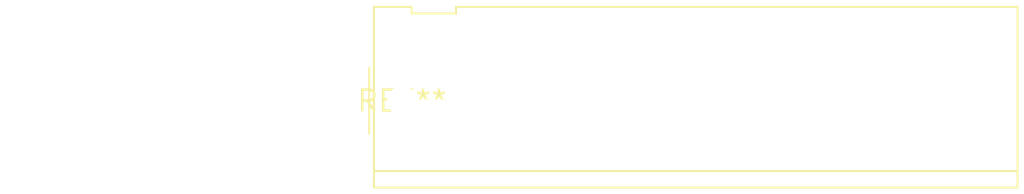
<source format=kicad_pcb>
(kicad_pcb (version 20240108) (generator pcbnew)
  (layers (0 "F.Cu" signal) (31 "B.Cu" signal) (34 "B.Paste" user) (35 "F.Paste" user) (36 "B.SilkS" user "B.Silkscreen") (37 "F.SilkS" user "F.Silkscreen") (38 "B.Mask" user) (39 "F.Mask" user) (44 "Edge.Cuts" user))
  (net 0 "")
  (footprint "Molex_KK-396_5273-10A_1x10_P3.96mm_Vertical" (layer "F.Cu") (at 0 0)
    (property "Reference" "REF**")
    (property "Value" "Molex_KK-396_5273-10A_1x10_P3.96mm_Vertical")
    (fp_line (start -2 -2) (end -2 2) (layer "F.SilkS") (stroke (width 0.12)))
    (fp_line (start -1.71 -5.71) (end 0.57 -5.71) (layer "F.SilkS") (stroke (width 0.12)))
    (fp_line (start -1.71 4.26) (end -1.71 -5.71) (layer "F.SilkS") (stroke (width 0.12)))
    (fp_line (start -1.71 4.26) (end 37.35 4.26) (layer "F.SilkS") (stroke (width 0.12)))
    (fp_line (start -1.71 5.26) (end -1.71 4.26) (layer "F.SilkS") (stroke (width 0.12)))
    (fp_line (start 0.57 -5.71) (end 0.57 -5.31) (layer "F.SilkS") (stroke (width 0.12)))
    (fp_line (start 0.57 -5.31) (end 3.27 -5.31) (layer "F.SilkS") (stroke (width 0.12)))
    (fp_line (start 3.27 -5.71) (end 37.35 -5.71) (layer "F.SilkS") (stroke (width 0.12)))
    (fp_line (start 3.27 -5.31) (end 3.27 -5.71) (layer "F.SilkS") (stroke (width 0.12)))
    (fp_line (start 37.35 -5.71) (end 37.35 5.26) (layer "F.SilkS") (stroke (width 0.12)))
    (fp_line (start 37.35 5.26) (end -1.71 5.26) (layer "F.SilkS") (stroke (width 0.12)))
    (pad "1" thru_hole roundrect (at 0 0) (size 3.16 4.2) (drill 1.8) (layers *.Cu *.Mask) (remove_unused_layers) (roundrect_rratio 0.079114))
    (pad "2" thru_hole oval (at 3.96 0) (size 3.16 4.2) (drill 1.8) (layers *.Cu *.Mask) (remove_unused_layers))
    (pad "3" thru_hole oval (at 7.92 0) (size 3.16 4.2) (drill 1.8) (layers *.Cu *.Mask) (remove_unused_layers))
    (pad "4" thru_hole oval (at 11.88 0) (size 3.16 4.2) (drill 1.8) (layers *.Cu *.Mask) (remove_unused_layers))
    (pad "5" thru_hole oval (at 15.84 0) (size 3.16 4.2) (drill 1.8) (layers *.Cu *.Mask) (remove_unused_layers))
    (pad "6" thru_hole oval (at 19.8 0) (size 3.16 4.2) (drill 1.8) (layers *.Cu *.Mask) (remove_unused_layers))
    (pad "7" thru_hole oval (at 23.76 0) (size 3.16 4.2) (drill 1.8) (layers *.Cu *.Mask) (remove_unused_layers))
    (pad "8" thru_hole oval (at 27.72 0) (size 3.16 4.2) (drill 1.8) (layers *.Cu *.Mask) (remove_unused_layers))
    (pad "9" thru_hole oval (at 31.68 0) (size 3.16 4.2) (drill 1.8) (layers *.Cu *.Mask) (remove_unused_layers))
    (pad "10" thru_hole oval (at 35.64 0) (size 3.16 4.2) (drill 1.8) (layers *.Cu *.Mask) (remove_unused_layers))
  )
)
</source>
